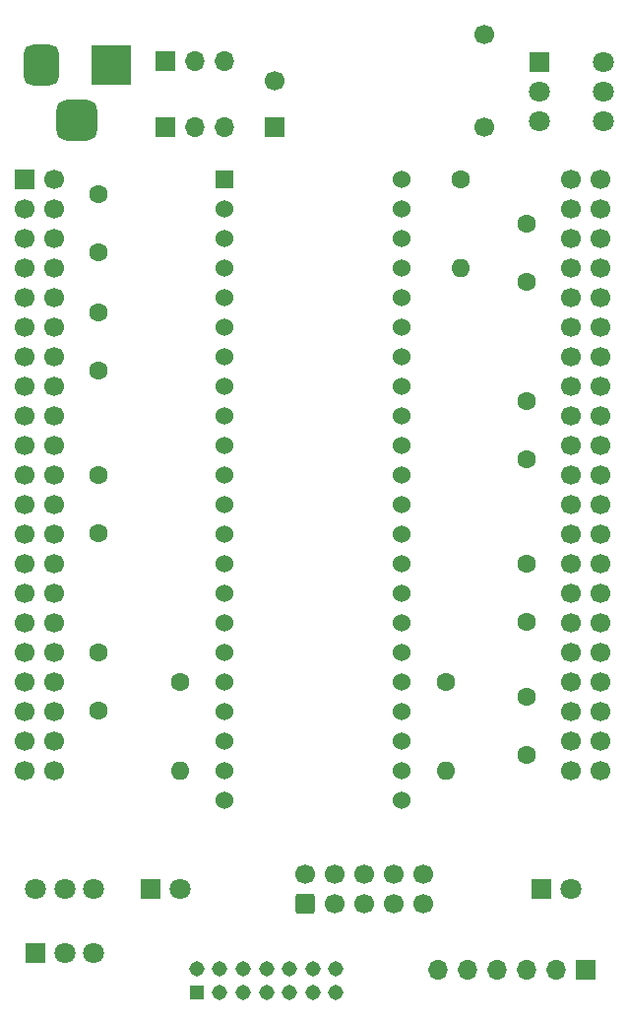
<source format=gbr>
%TF.GenerationSoftware,KiCad,Pcbnew,8.0.7*%
%TF.CreationDate,2025-02-19T22:23:28-06:00*%
%TF.ProjectId,Atmel-ATF15XX-Programming-Adapter,41746d65-6c2d-4415-9446-313558582d50,v1.0*%
%TF.SameCoordinates,Original*%
%TF.FileFunction,Soldermask,Bot*%
%TF.FilePolarity,Negative*%
%FSLAX46Y46*%
G04 Gerber Fmt 4.6, Leading zero omitted, Abs format (unit mm)*
G04 Created by KiCad (PCBNEW 8.0.7) date 2025-02-19 22:23:28*
%MOMM*%
%LPD*%
G01*
G04 APERTURE LIST*
G04 Aperture macros list*
%AMRoundRect*
0 Rectangle with rounded corners*
0 $1 Rounding radius*
0 $2 $3 $4 $5 $6 $7 $8 $9 X,Y pos of 4 corners*
0 Add a 4 corners polygon primitive as box body*
4,1,4,$2,$3,$4,$5,$6,$7,$8,$9,$2,$3,0*
0 Add four circle primitives for the rounded corners*
1,1,$1+$1,$2,$3*
1,1,$1+$1,$4,$5*
1,1,$1+$1,$6,$7*
1,1,$1+$1,$8,$9*
0 Add four rect primitives between the rounded corners*
20,1,$1+$1,$2,$3,$4,$5,0*
20,1,$1+$1,$4,$5,$6,$7,0*
20,1,$1+$1,$6,$7,$8,$9,0*
20,1,$1+$1,$8,$9,$2,$3,0*%
G04 Aperture macros list end*
%ADD10C,1.600000*%
%ADD11O,1.600000X1.600000*%
%ADD12R,1.700000X1.700000*%
%ADD13C,1.700000*%
%ADD14R,1.800000X1.800000*%
%ADD15C,1.800000*%
%ADD16RoundRect,0.250000X0.600000X-0.600000X0.600000X0.600000X-0.600000X0.600000X-0.600000X-0.600000X0*%
%ADD17O,1.700000X1.700000*%
%ADD18R,1.308000X1.308000*%
%ADD19C,1.308000*%
%ADD20R,3.500000X3.500000*%
%ADD21RoundRect,0.750000X-0.750000X-1.000000X0.750000X-1.000000X0.750000X1.000000X-0.750000X1.000000X0*%
%ADD22RoundRect,0.875000X-0.875000X-0.875000X0.875000X-0.875000X0.875000X0.875000X-0.875000X0.875000X0*%
%ADD23R,1.524000X1.524000*%
%ADD24C,1.524000*%
G04 APERTURE END LIST*
D10*
%TO.C,R1*%
X128905000Y-100965000D03*
D11*
X128905000Y-108585000D03*
%TD*%
D12*
%TO.C,U2*%
X115570000Y-57785000D03*
D13*
X118110000Y-57785000D03*
X115570000Y-60325000D03*
X118110000Y-60325000D03*
X115570000Y-62865000D03*
X118110000Y-62865000D03*
X115570000Y-65405000D03*
X118110000Y-65405000D03*
X115570000Y-67945000D03*
X118110000Y-67945000D03*
X115570000Y-70485000D03*
X118110000Y-70485000D03*
X115570000Y-73025000D03*
X118110000Y-73025000D03*
X115570000Y-75565000D03*
X118110000Y-75565000D03*
X115570000Y-78105000D03*
X118110000Y-78105000D03*
X115570000Y-80645000D03*
X118110000Y-80645000D03*
X115570000Y-83185000D03*
X118110000Y-83185000D03*
X115570000Y-85725000D03*
X118110000Y-85725000D03*
X115570000Y-88265000D03*
X118110000Y-88265000D03*
X115570000Y-90805000D03*
X118110000Y-90805000D03*
X115570000Y-93345000D03*
X118110000Y-93345000D03*
X115570000Y-95885000D03*
X118110000Y-95885000D03*
X115570000Y-98425000D03*
X118110000Y-98425000D03*
X115570000Y-100965000D03*
X118110000Y-100965000D03*
X115570000Y-103505000D03*
X118110000Y-103505000D03*
X115570000Y-106045000D03*
X118110000Y-106045000D03*
X115570000Y-108585000D03*
X118110000Y-108585000D03*
X162560000Y-108585000D03*
X165100000Y-108585000D03*
X162560000Y-106045000D03*
X165100000Y-106045000D03*
X162560000Y-103505000D03*
X165100000Y-103505000D03*
X162560000Y-100965000D03*
X165100000Y-100965000D03*
X162560000Y-98425000D03*
X165100000Y-98425000D03*
X162560000Y-95885000D03*
X165100000Y-95885000D03*
X162560000Y-93345000D03*
X165100000Y-93345000D03*
X162560000Y-90805000D03*
X165100000Y-90805000D03*
X162560000Y-88265000D03*
X165100000Y-88265000D03*
X162560000Y-85725000D03*
X165100000Y-85725000D03*
X162560000Y-83185000D03*
X165100000Y-83185000D03*
X162560000Y-80645000D03*
X165100000Y-80645000D03*
X162560000Y-78105000D03*
X165100000Y-78105000D03*
X162560000Y-75565000D03*
X165100000Y-75565000D03*
X162560000Y-73025000D03*
X165100000Y-73025000D03*
X162560000Y-70485000D03*
X165100000Y-70485000D03*
X162560000Y-67945000D03*
X165100000Y-67945000D03*
X162560000Y-65405000D03*
X165100000Y-65405000D03*
X162560000Y-62865000D03*
X165100000Y-62865000D03*
X162560000Y-60325000D03*
X165100000Y-60325000D03*
X162560000Y-57785000D03*
X165100000Y-57785000D03*
%TD*%
D14*
%TO.C,D1*%
X126365000Y-118745000D03*
D15*
X128905000Y-118745000D03*
%TD*%
D16*
%TO.C,J4*%
X139700000Y-120015000D03*
D13*
X139700000Y-117475000D03*
X142240000Y-120015000D03*
X142240000Y-117475000D03*
X144780000Y-120015000D03*
X144780000Y-117475000D03*
X147320000Y-120015000D03*
X147320000Y-117475000D03*
X149860000Y-120015000D03*
X149860000Y-117475000D03*
%TD*%
D10*
%TO.C,C8*%
X121920000Y-64055000D03*
X121920000Y-59055000D03*
%TD*%
D14*
%TO.C,D2*%
X160020000Y-118745000D03*
D15*
X162560000Y-118745000D03*
%TD*%
D12*
%TO.C,JP2*%
X127635000Y-53340000D03*
D17*
X130175000Y-53340000D03*
X132715000Y-53340000D03*
%TD*%
D10*
%TO.C,C3*%
X158750000Y-76835000D03*
X158750000Y-81835000D03*
%TD*%
%TO.C,C4*%
X158750000Y-61635000D03*
X158750000Y-66635000D03*
%TD*%
D14*
%TO.C,SW1*%
X116499000Y-124289000D03*
D15*
X118999000Y-124289000D03*
X121499000Y-124289000D03*
X116499000Y-118789000D03*
X118999000Y-118789000D03*
X121499000Y-118789000D03*
%TD*%
D12*
%TO.C,U5*%
X137067000Y-53340000D03*
D13*
X137067000Y-49340000D03*
X155067000Y-53340000D03*
X155067000Y-45340000D03*
%TD*%
D10*
%TO.C,C6*%
X121920000Y-83185000D03*
X121920000Y-88185000D03*
%TD*%
%TO.C,C7*%
X121920000Y-69215000D03*
X121920000Y-74215000D03*
%TD*%
%TO.C,C1*%
X158750000Y-102275000D03*
X158750000Y-107275000D03*
%TD*%
%TO.C,R3*%
X151765000Y-100965000D03*
D11*
X151765000Y-108585000D03*
%TD*%
D10*
%TO.C,C2*%
X158750000Y-90805000D03*
X158750000Y-95805000D03*
%TD*%
D12*
%TO.C,J3*%
X163830000Y-125730000D03*
D17*
X161290000Y-125730000D03*
X158750000Y-125730000D03*
X156210000Y-125730000D03*
X153670000Y-125730000D03*
X151130000Y-125730000D03*
%TD*%
D10*
%TO.C,C5*%
X121920000Y-98425000D03*
X121920000Y-103425000D03*
%TD*%
D18*
%TO.C,J1*%
X130335000Y-127635000D03*
D19*
X130335000Y-125635000D03*
X132335000Y-127635000D03*
X132335000Y-125635000D03*
X134335000Y-127635000D03*
X134335000Y-125635000D03*
X136335000Y-127635000D03*
X136335000Y-125635000D03*
X138335000Y-127635000D03*
X138335000Y-125635000D03*
X140335000Y-127635000D03*
X140335000Y-125635000D03*
X142335000Y-127635000D03*
X142335000Y-125635000D03*
%TD*%
D12*
%TO.C,JP1*%
X127635000Y-47625000D03*
D17*
X130175000Y-47625000D03*
X132715000Y-47625000D03*
%TD*%
D14*
%TO.C,SW2*%
X159810000Y-47792000D03*
D15*
X159810000Y-50292000D03*
X159810000Y-52792000D03*
X165310000Y-47792000D03*
X165310000Y-50292000D03*
X165310000Y-52792000D03*
%TD*%
D10*
%TO.C,R2*%
X153035000Y-57785000D03*
D11*
X153035000Y-65405000D03*
%TD*%
D20*
%TO.C,J2*%
X123015000Y-48005000D03*
D21*
X117015000Y-48005000D03*
D22*
X120015000Y-52705000D03*
%TD*%
D23*
%TO.C,U4*%
X132715000Y-57785000D03*
D24*
X132715000Y-60325000D03*
X132715000Y-62865000D03*
X132715000Y-65405000D03*
X132715000Y-67945000D03*
X132715000Y-70485000D03*
X132715000Y-73025000D03*
X132715000Y-75565000D03*
X132715000Y-78105000D03*
X132715000Y-80645000D03*
X132715000Y-83185000D03*
X132715000Y-85725000D03*
X132715000Y-88265000D03*
X132715000Y-90805000D03*
X132715000Y-93345000D03*
X132715000Y-95885000D03*
X132715000Y-98425000D03*
X132715000Y-100965000D03*
X132715000Y-103505000D03*
X132715000Y-106045000D03*
X132715000Y-108585000D03*
X132715000Y-111125000D03*
X147955000Y-111125000D03*
X147955000Y-108585000D03*
X147955000Y-106045000D03*
X147955000Y-103505000D03*
X147955000Y-100965000D03*
X147955000Y-98425000D03*
X147955000Y-95885000D03*
X147955000Y-93345000D03*
X147955000Y-90805000D03*
X147955000Y-88265000D03*
X147955000Y-85725000D03*
X147955000Y-83185000D03*
X147955000Y-80645000D03*
X147955000Y-78105000D03*
X147955000Y-75565000D03*
X147955000Y-73025000D03*
X147955000Y-70485000D03*
X147955000Y-67945000D03*
X147955000Y-65405000D03*
X147955000Y-62865000D03*
X147955000Y-60325000D03*
X147955000Y-57785000D03*
%TD*%
M02*

</source>
